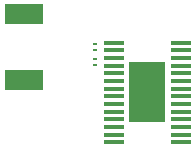
<source format=gbr>
G04 EAGLE Gerber RS-274X export*
G75*
%MOMM*%
%FSLAX34Y34*%
%LPD*%
%INSolderpaste Top*%
%IPPOS*%
%AMOC8*
5,1,8,0,0,1.08239X$1,22.5*%
G01*
%ADD10R,1.665200X0.364800*%
%ADD11R,3.100000X5.180000*%
%ADD12R,3.200000X1.800000*%
%ADD13R,0.350000X0.250000*%

G36*
X217702Y147175D02*
X217702Y147175D01*
X217704Y147174D01*
X217747Y147194D01*
X217791Y147212D01*
X217791Y147214D01*
X217793Y147215D01*
X217826Y147300D01*
X217826Y158250D01*
X217825Y158252D01*
X217826Y158254D01*
X217806Y158297D01*
X217788Y158341D01*
X217786Y158341D01*
X217785Y158343D01*
X217700Y158376D01*
X204200Y158376D01*
X204198Y158375D01*
X204196Y158376D01*
X204153Y158356D01*
X204109Y158338D01*
X204109Y158336D01*
X204107Y158335D01*
X204074Y158250D01*
X204074Y147300D01*
X204075Y147298D01*
X204074Y147296D01*
X204094Y147253D01*
X204112Y147209D01*
X204114Y147209D01*
X204115Y147207D01*
X204200Y147174D01*
X217700Y147174D01*
X217702Y147175D01*
G37*
G36*
X202202Y147175D02*
X202202Y147175D01*
X202204Y147174D01*
X202247Y147194D01*
X202291Y147212D01*
X202291Y147214D01*
X202293Y147215D01*
X202326Y147300D01*
X202326Y158250D01*
X202325Y158252D01*
X202326Y158254D01*
X202306Y158297D01*
X202288Y158341D01*
X202286Y158341D01*
X202285Y158343D01*
X202200Y158376D01*
X188700Y158376D01*
X188698Y158375D01*
X188696Y158376D01*
X188653Y158356D01*
X188609Y158338D01*
X188609Y158336D01*
X188607Y158335D01*
X188574Y158250D01*
X188574Y147300D01*
X188575Y147298D01*
X188574Y147296D01*
X188594Y147253D01*
X188612Y147209D01*
X188614Y147209D01*
X188615Y147207D01*
X188700Y147174D01*
X202200Y147174D01*
X202202Y147175D01*
G37*
G36*
X217702Y134225D02*
X217702Y134225D01*
X217704Y134224D01*
X217747Y134244D01*
X217791Y134262D01*
X217791Y134264D01*
X217793Y134265D01*
X217826Y134350D01*
X217826Y145300D01*
X217825Y145302D01*
X217826Y145304D01*
X217806Y145347D01*
X217788Y145391D01*
X217786Y145391D01*
X217785Y145393D01*
X217700Y145426D01*
X204200Y145426D01*
X204198Y145425D01*
X204196Y145426D01*
X204153Y145406D01*
X204109Y145388D01*
X204109Y145386D01*
X204107Y145385D01*
X204074Y145300D01*
X204074Y134350D01*
X204075Y134348D01*
X204074Y134346D01*
X204094Y134303D01*
X204112Y134259D01*
X204114Y134259D01*
X204115Y134257D01*
X204200Y134224D01*
X217700Y134224D01*
X217702Y134225D01*
G37*
G36*
X202202Y134225D02*
X202202Y134225D01*
X202204Y134224D01*
X202247Y134244D01*
X202291Y134262D01*
X202291Y134264D01*
X202293Y134265D01*
X202326Y134350D01*
X202326Y145300D01*
X202325Y145302D01*
X202326Y145304D01*
X202306Y145347D01*
X202288Y145391D01*
X202286Y145391D01*
X202285Y145393D01*
X202200Y145426D01*
X188700Y145426D01*
X188698Y145425D01*
X188696Y145426D01*
X188653Y145406D01*
X188609Y145388D01*
X188609Y145386D01*
X188607Y145385D01*
X188574Y145300D01*
X188574Y134350D01*
X188575Y134348D01*
X188574Y134346D01*
X188594Y134303D01*
X188612Y134259D01*
X188614Y134259D01*
X188615Y134257D01*
X188700Y134224D01*
X202200Y134224D01*
X202202Y134225D01*
G37*
G36*
X217702Y121275D02*
X217702Y121275D01*
X217704Y121274D01*
X217747Y121294D01*
X217791Y121312D01*
X217791Y121314D01*
X217793Y121315D01*
X217826Y121400D01*
X217826Y132350D01*
X217825Y132352D01*
X217826Y132354D01*
X217806Y132397D01*
X217788Y132441D01*
X217786Y132441D01*
X217785Y132443D01*
X217700Y132476D01*
X204200Y132476D01*
X204198Y132475D01*
X204196Y132476D01*
X204153Y132456D01*
X204109Y132438D01*
X204109Y132436D01*
X204107Y132435D01*
X204074Y132350D01*
X204074Y121400D01*
X204075Y121398D01*
X204074Y121396D01*
X204094Y121353D01*
X204112Y121309D01*
X204114Y121309D01*
X204115Y121307D01*
X204200Y121274D01*
X217700Y121274D01*
X217702Y121275D01*
G37*
G36*
X202202Y121275D02*
X202202Y121275D01*
X202204Y121274D01*
X202247Y121294D01*
X202291Y121312D01*
X202291Y121314D01*
X202293Y121315D01*
X202326Y121400D01*
X202326Y132350D01*
X202325Y132352D01*
X202326Y132354D01*
X202306Y132397D01*
X202288Y132441D01*
X202286Y132441D01*
X202285Y132443D01*
X202200Y132476D01*
X188700Y132476D01*
X188698Y132475D01*
X188696Y132476D01*
X188653Y132456D01*
X188609Y132438D01*
X188609Y132436D01*
X188607Y132435D01*
X188574Y132350D01*
X188574Y121400D01*
X188575Y121398D01*
X188574Y121396D01*
X188594Y121353D01*
X188612Y121309D01*
X188614Y121309D01*
X188615Y121307D01*
X188700Y121274D01*
X202200Y121274D01*
X202202Y121275D01*
G37*
G36*
X217702Y108325D02*
X217702Y108325D01*
X217704Y108324D01*
X217747Y108344D01*
X217791Y108362D01*
X217791Y108364D01*
X217793Y108365D01*
X217826Y108450D01*
X217826Y119400D01*
X217825Y119402D01*
X217826Y119404D01*
X217806Y119447D01*
X217788Y119491D01*
X217786Y119491D01*
X217785Y119493D01*
X217700Y119526D01*
X204200Y119526D01*
X204198Y119525D01*
X204196Y119526D01*
X204153Y119506D01*
X204109Y119488D01*
X204109Y119486D01*
X204107Y119485D01*
X204074Y119400D01*
X204074Y108450D01*
X204075Y108448D01*
X204074Y108446D01*
X204094Y108403D01*
X204112Y108359D01*
X204114Y108359D01*
X204115Y108357D01*
X204200Y108324D01*
X217700Y108324D01*
X217702Y108325D01*
G37*
G36*
X202202Y108325D02*
X202202Y108325D01*
X202204Y108324D01*
X202247Y108344D01*
X202291Y108362D01*
X202291Y108364D01*
X202293Y108365D01*
X202326Y108450D01*
X202326Y119400D01*
X202325Y119402D01*
X202326Y119404D01*
X202306Y119447D01*
X202288Y119491D01*
X202286Y119491D01*
X202285Y119493D01*
X202200Y119526D01*
X188700Y119526D01*
X188698Y119525D01*
X188696Y119526D01*
X188653Y119506D01*
X188609Y119488D01*
X188609Y119486D01*
X188607Y119485D01*
X188574Y119400D01*
X188574Y108450D01*
X188575Y108448D01*
X188574Y108446D01*
X188594Y108403D01*
X188612Y108359D01*
X188614Y108359D01*
X188615Y108357D01*
X188700Y108324D01*
X202200Y108324D01*
X202202Y108325D01*
G37*
D10*
X175006Y175601D03*
X175006Y169101D03*
X175006Y162601D03*
X175006Y156100D03*
X175006Y149600D03*
X175006Y143100D03*
X175006Y136600D03*
X175006Y130100D03*
X175006Y123600D03*
X175006Y117100D03*
X175006Y110600D03*
X175006Y104100D03*
X175006Y97599D03*
X175006Y91099D03*
X231394Y91099D03*
X231394Y97599D03*
X231394Y104100D03*
X231394Y110600D03*
X231394Y117100D03*
X231394Y123600D03*
X231394Y130100D03*
X231394Y136600D03*
X231394Y143100D03*
X231394Y149600D03*
X231394Y156100D03*
X231394Y162601D03*
X231394Y169101D03*
X231394Y175601D03*
D11*
X203200Y133350D03*
D12*
X98425Y199450D03*
X98425Y143450D03*
D13*
X158750Y173950D03*
X158750Y168950D03*
X158750Y161250D03*
X158750Y156250D03*
M02*

</source>
